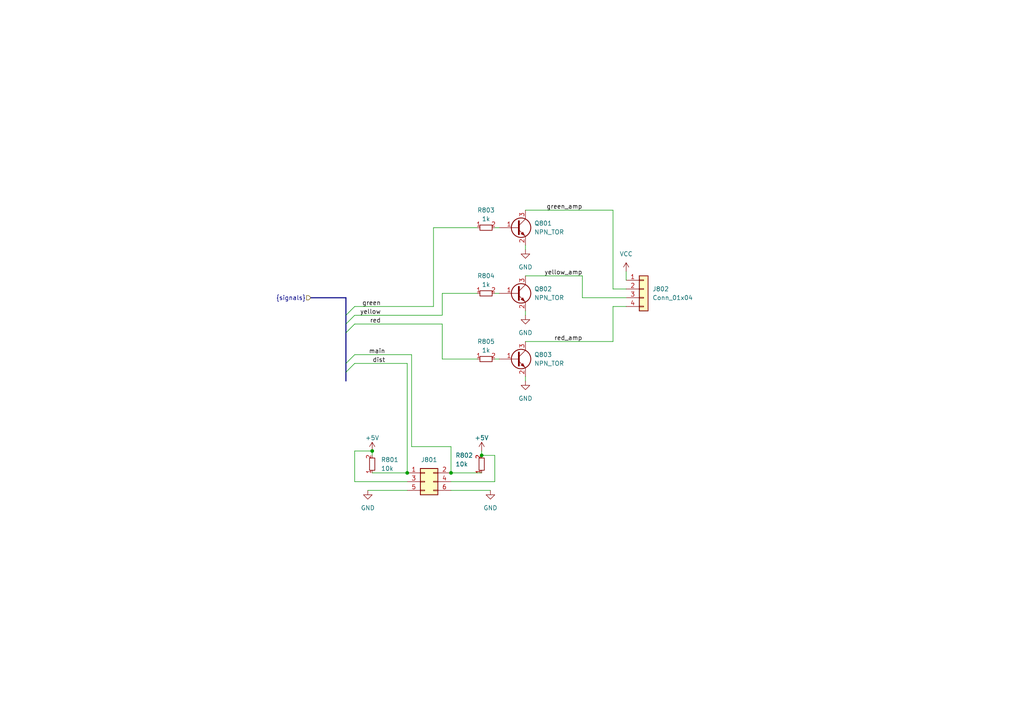
<source format=kicad_sch>
(kicad_sch (version 20230121) (generator eeschema)
  (paper "A4")
  (lib_symbols
    (symbol "Connector_Generic:Conn_01x04" (pin_names (offset 1.016) hide)
      (property "Reference" "J" (at 0 5.08 0))
      (property "Value" "Conn_01x04" (at 0 -7.62 0))
      (symbol "Conn_01x04_1_1"
        (rectangle (start -1.27 -4.953) (end 0 -5.207) (stroke (width 0.1524)))
        (rectangle (start -1.27 -2.413) (end 0 -2.667) (stroke (width 0.1524)))
        (rectangle (start -1.27 0.127) (end 0 -0.127) (stroke (width 0.1524)))
        (rectangle (start -1.27 2.667) (end 0 2.413) (stroke (width 0.1524)))
        (rectangle (start -1.27 3.81) (end 1.27 -6.35) (stroke (width 0.254)) (fill (type background)))
        (pin passive line (at -5.08 2.54 0) (length 3.81) (name "Pin_1") (number "1"))
        (pin passive line (at -5.08 0 0) (length 3.81) (name "Pin_2") (number "2"))
        (pin passive line (at -5.08 -2.54 0) (length 3.81) (name "Pin_3") (number "3"))
        (pin passive line (at -5.08 -5.08 0) (length 3.81) (name "Pin_4") (number "4"))
      )
    )
    (symbol "Connector_Generic:Conn_02x03_Odd_Even" (pin_names (offset 1.016) hide)
      (property "Reference" "J" (at 1.27 5.08 0))
      (property "Value" "Conn_02x03_Odd_Even" (at 1.27 -5.08 0))
      (symbol "Conn_02x03_Odd_Even_1_1"
        (rectangle (start -1.27 -2.413) (end 0 -2.667) (stroke (width 0.1524)))
        (rectangle (start -1.27 0.127) (end 0 -0.127) (stroke (width 0.1524)))
        (rectangle (start -1.27 2.667) (end 0 2.413) (stroke (width 0.1524)))
        (rectangle (start -1.27 3.81) (end 3.81 -3.81) (stroke (width 0.254)) (fill (type background)))
        (rectangle (start 3.81 -2.413) (end 2.54 -2.667) (stroke (width 0.1524)))
        (rectangle (start 3.81 0.127) (end 2.54 -0.127) (stroke (width 0.1524)))
        (rectangle (start 3.81 2.667) (end 2.54 2.413) (stroke (width 0.1524)))
        (pin passive line (at -5.08 2.54 0) (length 3.81) (name "Pin_1") (number "1"))
        (pin passive line (at 7.62 2.54 180) (length 3.81) (name "Pin_2") (number "2"))
        (pin passive line (at -5.08 0 0) (length 3.81) (name "Pin_3") (number "3"))
        (pin passive line (at 7.62 0 180) (length 3.81) (name "Pin_4") (number "4"))
        (pin passive line (at -5.08 -2.54 0) (length 3.81) (name "Pin_5") (number "5"))
        (pin passive line (at 7.62 -2.54 180) (length 3.81) (name "Pin_6") (number "6"))
      )
    )
    (symbol "custom_kicad_lib_sk:NPN_TOR" (pin_names (offset 0) hide)
      (property "Reference" "Q" (at 5.08 1.905 0))
      (property "Value" "NPN_TOR" (at 5.08 0 0))
      (symbol "NPN_TOR_0_1"
        (polyline (pts (xy 0.635 0.635) (xy 2.54 2.54)))
        (polyline (pts (xy 0.635 -0.635) (xy 2.54 -2.54) (xy 2.54 -2.54)))
        (polyline (pts (xy 0.635 1.905) (xy 0.635 -1.905) (xy 0.635 -1.905)) (stroke (width 0.508)))
        (polyline (pts (xy 1.27 -1.778) (xy 1.778 -1.27) (xy 2.286 -2.286) (xy 1.27 -1.778) (xy 1.27 -1.778)) (fill (type outline)))
        (circle (center 1.27 0) (radius 2.8194) (stroke (width 0.254)))
      )
      (symbol "NPN_TOR_1_1"
        (pin input line (at -5.08 0 0) (length 5.715) (name "B") (number "1"))
        (pin passive line (at 2.54 -5.08 90) (length 2.54) (name "E") (number "2"))
        (pin passive line (at 2.54 5.08 270) (length 2.54) (name "C") (number "3"))
      )
    )
    (symbol "power:+5V" (power) (pin_names (offset 0))
      (property "Value" "+5V" (at 0 3.556 0))
      (symbol "+5V_0_1"
        (polyline (pts (xy -0.762 1.27) (xy 0 2.54)))
        (polyline (pts (xy 0 0) (xy 0 2.54)))
        (polyline (pts (xy 0 2.54) (xy 0.762 1.27)))
      )
      (symbol "+5V_1_1"
        (pin power_in line (at 0 0 90) (length 0) hide (name "+5V") (number "1"))
      )
    )
    (symbol "power:GND" (power) (pin_names (offset 0))
      (property "Value" "GND" (at 0 -3.81 0))
      (symbol "GND_0_1"
        (polyline (pts (xy 0 0) (xy 0 -1.27) (xy 1.27 -1.27) (xy 0 -2.54) (xy -1.27 -1.27) (xy 0 -1.27)))
      )
      (symbol "GND_1_1"
        (pin power_in line (at 0 0 270) (length 0) hide (name "GND") (number "1"))
      )
    )
    (symbol "power:VCC" (power) (pin_names (offset 0))
      (property "Value" "VCC" (at 0 3.81 0))
      (symbol "VCC_0_1"
        (polyline (pts (xy -0.762 1.27) (xy 0 2.54)))
        (polyline (pts (xy 0 0) (xy 0 2.54)))
        (polyline (pts (xy 0 2.54) (xy 0.762 1.27)))
      )
      (symbol "VCC_1_1"
        (pin power_in line (at 0 0 90) (length 0) hide (name "VCC") (number "1"))
      )
    )
    (symbol "resistors_0603:R_10k_0603"
      (property "Reference" "R" (at 1.27 2.54 0))
      (property "Value" "10k" (at 2.54 -2.54 0))
      (symbol "R_10k_0603_0_1"
        (rectangle (start -0.762 1.778) (end 0.762 -1.778) (stroke (width 0.2032)))
      )
      (symbol "R_10k_0603_1_1"
        (pin passive line (at 0 2.54 270) (length 0.762) (name "~") (number "1"))
        (pin passive line (at 0 -2.54 90) (length 0.762) (name "~") (number "2"))
      )
    )
    (symbol "resistors_0603:R_1k_0603"
      (property "Reference" "R" (at 1.27 2.54 0))
      (property "Value" "1k" (at 2.54 -2.54 0))
      (symbol "R_1k_0603_0_1"
        (rectangle (start -0.762 1.778) (end 0.762 -1.778) (stroke (width 0.2032)))
      )
      (symbol "R_1k_0603_1_1"
        (pin passive line (at 0 2.54 270) (length 0.762) (name "~") (number "1"))
        (pin passive line (at 0 -2.54 90) (length 0.762) (name "~") (number "2"))
      )
    )
  )
  (bus_alias "signals" (members "green" "yellow" "red" "dist" "main"))
  (junction (at 107.95 130.81))
  (junction (at 139.7 132.08))
  (junction (at 130.81 137.16))
  (junction (at 118.11 137.16))
  (bus_entry (at 100.33 91.44) (size 2.54 -2.54))
  (bus_entry (at 100.33 96.52) (size 2.54 -2.54))
  (bus_entry (at 100.33 93.98) (size 2.54 -2.54))
  (bus_entry (at 100.33 107.95) (size 2.54 -2.54))
  (bus_entry (at 100.33 105.41) (size 2.54 -2.54))
  (wire (pts (xy 102.87 93.98) (xy 128.27 93.98)))
  (wire (pts (xy 152.4 80.01) (xy 168.91 80.01)))
  (wire (pts (xy 107.95 137.16) (xy 118.11 137.16)))
  (wire (pts (xy 102.87 91.44) (xy 128.27 91.44)))
  (wire (pts (xy 152.4 109.22) (xy 152.4 110.49)))
  (wire (pts (xy 177.8 99.06) (xy 177.8 88.9)))
  (wire (pts (xy 152.4 71.12) (xy 152.4 72.39)))
  (wire (pts (xy 152.4 90.17) (xy 152.4 91.44)))
  (wire (pts (xy 152.4 99.06) (xy 177.8 99.06)))
  (wire (pts (xy 143.51 66.04) (xy 144.78 66.04)))
  (wire (pts (xy 119.38 102.87) (xy 119.38 129.54)))
  (wire (pts (xy 119.38 129.54) (xy 130.81 129.54)))
  (wire (pts (xy 152.4 60.96) (xy 177.8 60.96)))
  (wire (pts (xy 130.81 129.54) (xy 130.81 137.16)))
  (bus (pts (xy 100.33 107.95) (xy 100.33 110.49)))
  (wire (pts (xy 143.51 85.09) (xy 144.78 85.09)))
  (wire (pts (xy 128.27 85.09) (xy 138.43 85.09)))
  (bus (pts (xy 100.33 96.52) (xy 100.33 105.41)))
  (wire (pts (xy 107.95 130.81) (xy 107.95 132.08)))
  (wire (pts (xy 102.87 130.81) (xy 102.87 139.7)))
  (wire (pts (xy 143.51 139.7) (xy 130.81 139.7)))
  (wire (pts (xy 168.91 86.36) (xy 181.61 86.36)))
  (wire (pts (xy 181.61 78.74) (xy 181.61 81.28)))
  (wire (pts (xy 125.73 66.04) (xy 138.43 66.04)))
  (bus (pts (xy 100.33 91.44) (xy 100.33 93.98)))
  (wire (pts (xy 139.7 132.08) (xy 143.51 132.08)))
  (wire (pts (xy 102.87 139.7) (xy 118.11 139.7)))
  (wire (pts (xy 125.73 88.9) (xy 125.73 66.04)))
  (wire (pts (xy 130.81 142.24) (xy 142.24 142.24)))
  (wire (pts (xy 130.81 137.16) (xy 139.7 137.16)))
  (wire (pts (xy 177.8 83.82) (xy 181.61 83.82)))
  (wire (pts (xy 143.51 104.14) (xy 144.78 104.14)))
  (wire (pts (xy 102.87 88.9) (xy 125.73 88.9)))
  (wire (pts (xy 139.7 130.81) (xy 139.7 132.08)))
  (wire (pts (xy 143.51 132.08) (xy 143.51 139.7)))
  (wire (pts (xy 177.8 88.9) (xy 181.61 88.9)))
  (wire (pts (xy 128.27 104.14) (xy 138.43 104.14)))
  (wire (pts (xy 118.11 142.24) (xy 106.68 142.24)))
  (wire (pts (xy 128.27 93.98) (xy 128.27 104.14)))
  (bus (pts (xy 100.33 86.36) (xy 100.33 91.44)))
  (bus (pts (xy 100.33 93.98) (xy 100.33 96.52)))
  (wire (pts (xy 102.87 102.87) (xy 119.38 102.87)))
  (wire (pts (xy 118.11 105.41) (xy 118.11 137.16)))
  (bus (pts (xy 100.33 105.41) (xy 100.33 107.95)))
  (wire (pts (xy 107.95 130.81) (xy 102.87 130.81)))
  (wire (pts (xy 177.8 83.82) (xy 177.8 60.96)))
  (wire (pts (xy 168.91 80.01) (xy 168.91 86.36)))
  (wire (pts (xy 102.87 105.41) (xy 118.11 105.41)))
  (bus (pts (xy 90.17 86.36) (xy 100.33 86.36)))
  (wire (pts (xy 128.27 91.44) (xy 128.27 85.09)))
  (label "main" (at 111.76 102.87 180))
  (label "dist" (at 111.76 105.41 180))
  (label "green_amp" (at 168.91 60.96 180))
  (label "red_amp" (at 168.91 99.06 180))
  (label "yellow_amp" (at 168.91 80.01 180))
  (label "green" (at 110.49 88.9 180))
  (label "red" (at 110.49 93.98 180))
  (label "yellow" (at 110.49 91.44 180))
  (hierarchical_label "{signals}" (shape input) (at 90.17 86.36 180))
  (symbol (lib_id "power:GND") (at 152.4 91.44 0) (unit 1)
    (property "Reference" "#PWR0908" (effects hide))
    (property "Value" "GND" (at 152.4 96.52 0))
  )
  (symbol (lib_id "resistors_0603:R_10k_0603") (at 139.7 134.62 180) (unit 1)
    (property "Reference" "R802" (at 132.08 132.08 0) (effects (justify right)))
    (property "Value" "10k" (at 132.08 134.62 0) (effects (justify right)))
    (property "Footprint" "custom_kicad_lib_sk:R_0603_smalltext" (effects hide))
    (property "JLCPCB Part#" "C25804" (effects hide))
  )
  (symbol (lib_id "power:GND") (at 106.68 142.24 0) (mirror y) (unit 1)
    (property "Reference" "#PWR0902" (effects hide))
    (property "Value" "GND" (at 106.68 147.32 0))
  )
  (symbol (lib_id "custom_kicad_lib_sk:NPN_TOR") (at 149.86 66.04 0) (unit 1)
    (property "Reference" "Q801" (at 154.94 64.77 0) (effects (justify left)))
    (property "Value" "NPN_TOR" (at 154.94 67.31 0) (effects (justify left)))
    (property "Footprint" "Package_TO_SOT_SMD:SOT-23" (effects hide))
    (property "JLCPCB Part#" "C2145" (effects hide))
  )
  (symbol (lib_id "resistors_0603:R_1k_0603") (at 140.97 85.09 90) (unit 1)
    (property "Reference" "R804" (at 140.97 80.01 90))
    (property "Value" "1k" (at 140.97 82.55 90))
    (property "Footprint" "custom_kicad_lib_sk:R_0603_smalltext" (effects hide))
    (property "JLCPCB Part#" "C21190" (effects hide))
  )
  (symbol (lib_id "resistors_0603:R_10k_0603") (at 107.95 134.62 180) (unit 1)
    (property "Reference" "R801" (at 110.49 133.35 0) (effects (justify right)))
    (property "Value" "10k" (at 110.49 135.89 0) (effects (justify right)))
    (property "Footprint" "custom_kicad_lib_sk:R_0603_smalltext" (effects hide))
    (property "JLCPCB Part#" "C25804" (effects hide))
  )
  (symbol (lib_id "power:+5V") (at 139.7 130.81 0) (unit 1)
    (property "Reference" "#PWR0904" (effects hide))
    (property "Value" "+5V" (at 139.7 127 0))
  )
  (symbol (lib_id "custom_kicad_lib_sk:NPN_TOR") (at 149.86 85.09 0) (unit 1)
    (property "Reference" "Q802" (at 154.94 83.82 0) (effects (justify left)))
    (property "Value" "NPN_TOR" (at 154.94 86.36 0) (effects (justify left)))
    (property "Footprint" "Package_TO_SOT_SMD:SOT-23" (effects hide))
    (property "JLCPCB Part#" "C2145" (effects hide))
  )
  (symbol (lib_id "Connector_Generic:Conn_01x04") (at 186.69 83.82 0) (unit 1)
    (property "Reference" "J802" (at 189.23 83.82 0) (effects (justify left)))
    (property "Value" "Conn_01x04" (at 189.23 86.36 0) (effects (justify left)))
    (property "Footprint" "Connector_Phoenix_MC:PhoenixContact_MC_1,5_4-G-3.5_1x04_P3.50mm_Horizontal" (effects hide))
  )
  (symbol (lib_id "resistors_0603:R_1k_0603") (at 140.97 104.14 90) (unit 1)
    (property "Reference" "R805" (at 140.97 99.06 90))
    (property "Value" "1k" (at 140.97 101.6 90))
    (property "Footprint" "custom_kicad_lib_sk:R_0603_smalltext" (effects hide))
    (property "JLCPCB Part#" "C21190" (effects hide))
  )
  (symbol (lib_id "resistors_0603:R_1k_0603") (at 140.97 66.04 90) (unit 1)
    (property "Reference" "R803" (at 140.97 60.96 90))
    (property "Value" "1k" (at 140.97 63.5 90))
    (property "Footprint" "custom_kicad_lib_sk:R_0603_smalltext" (effects hide))
    (property "JLCPCB Part#" "C21190" (effects hide))
  )
  (symbol (lib_id "Connector_Generic:Conn_02x03_Odd_Even") (at 123.19 139.7 0) (unit 1)
    (property "Reference" "J801" (at 124.46 133.35 0))
    (property "Value" "Conn_02x03_Odd_Even" (effects hide))
    (property "Footprint" "Connector_PinHeader_2.54mm:PinHeader_2x03_P2.54mm_Vertical" (effects hide))
    (property "JLCPCB Part#" "C65114" (effects hide))
  )
  (symbol (lib_id "power:GND") (at 142.24 142.24 0) (unit 1)
    (property "Reference" "#PWR0905" (effects hide))
    (property "Value" "GND" (at 142.24 147.32 0))
  )
  (symbol (lib_id "power:+5V") (at 107.95 130.81 0) (unit 1)
    (property "Reference" "#PWR0903" (effects hide))
    (property "Value" "+5V" (at 107.95 127 0))
  )
  (symbol (lib_id "power:VCC") (at 181.61 78.74 0) (unit 1)
    (property "Reference" "#PWR0910" (effects hide))
    (property "Value" "VCC" (at 181.61 73.66 0))
  )
  (symbol (lib_id "power:GND") (at 152.4 72.39 0) (unit 1)
    (property "Reference" "#PWR0907" (effects hide))
    (property "Value" "GND" (at 152.4 77.47 0))
  )
  (symbol (lib_id "power:GND") (at 152.4 110.49 0) (unit 1)
    (property "Reference" "#PWR0909" (effects hide))
    (property "Value" "GND" (at 152.4 115.57 0))
  )
  (symbol (lib_id "custom_kicad_lib_sk:NPN_TOR") (at 149.86 104.14 0) (unit 1)
    (property "Reference" "Q803" (at 154.94 102.87 0) (effects (justify left)))
    (property "Value" "NPN_TOR" (at 154.94 105.41 0) (effects (justify left)))
    (property "Footprint" "Package_TO_SOT_SMD:SOT-23" (effects hide))
    (property "JLCPCB Part#" "C2145" (effects hide))
  )
)
</source>
